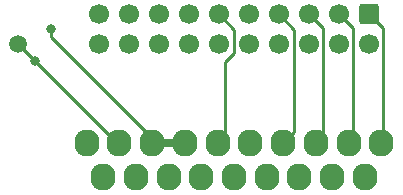
<source format=gbr>
%TF.GenerationSoftware,KiCad,Pcbnew,7.0.9*%
%TF.CreationDate,2024-01-09T00:20:39-06:00*%
%TF.ProjectId,db19-to-idc20,64623139-2d74-46f2-9d69-646332302e6b,1.1*%
%TF.SameCoordinates,Original*%
%TF.FileFunction,Copper,L2,Bot*%
%TF.FilePolarity,Positive*%
%FSLAX46Y46*%
G04 Gerber Fmt 4.6, Leading zero omitted, Abs format (unit mm)*
G04 Created by KiCad (PCBNEW 7.0.9) date 2024-01-09 00:20:39*
%MOMM*%
%LPD*%
G01*
G04 APERTURE LIST*
G04 Aperture macros list*
%AMRoundRect*
0 Rectangle with rounded corners*
0 $1 Rounding radius*
0 $2 $3 $4 $5 $6 $7 $8 $9 X,Y pos of 4 corners*
0 Add a 4 corners polygon primitive as box body*
4,1,4,$2,$3,$4,$5,$6,$7,$8,$9,$2,$3,0*
0 Add four circle primitives for the rounded corners*
1,1,$1+$1,$2,$3*
1,1,$1+$1,$4,$5*
1,1,$1+$1,$6,$7*
1,1,$1+$1,$8,$9*
0 Add four rect primitives between the rounded corners*
20,1,$1+$1,$2,$3,$4,$5,0*
20,1,$1+$1,$4,$5,$6,$7,0*
20,1,$1+$1,$6,$7,$8,$9,0*
20,1,$1+$1,$8,$9,$2,$3,0*%
G04 Aperture macros list end*
%TA.AperFunction,SMDPad,CuDef*%
%ADD10C,1.500000*%
%TD*%
%TA.AperFunction,ComponentPad*%
%ADD11O,2.100000X2.300000*%
%TD*%
%TA.AperFunction,ComponentPad*%
%ADD12C,1.700000*%
%TD*%
%TA.AperFunction,ComponentPad*%
%ADD13RoundRect,0.250000X-0.600000X0.600000X-0.600000X-0.600000X0.600000X-0.600000X0.600000X0.600000X0*%
%TD*%
%TA.AperFunction,ViaPad*%
%ADD14C,0.800000*%
%TD*%
%TA.AperFunction,Conductor*%
%ADD15C,0.250000*%
%TD*%
%TA.AperFunction,Conductor*%
%ADD16C,0.700000*%
%TD*%
G04 APERTURE END LIST*
D10*
%TO.P,TP1,1,1*%
%TO.N,/DB19_DRIVE2*%
X136525000Y-118491000D03*
%TD*%
D11*
%TO.P,J1,1,1*%
%TO.N,/GND1*%
X167238000Y-126850000D03*
%TO.P,J1,2,2*%
%TO.N,/GND2*%
X164468000Y-126850000D03*
%TO.P,J1,3,3*%
%TO.N,/GND3*%
X161698000Y-126850000D03*
%TO.P,J1,4,4*%
%TO.N,/A2_EN3.5*%
X158928000Y-126850000D03*
%TO.P,J1,5,5*%
%TO.N,Net-(JP1-A)*%
X156158000Y-126850000D03*
%TO.P,J1,6,6*%
%TO.N,/A2_5V*%
X153388000Y-126850000D03*
%TO.P,J1,7,7*%
%TO.N,/DB19_12V*%
X150618000Y-126850000D03*
%TO.P,J1,8,8*%
X147848000Y-126850000D03*
%TO.P,J1,9,9*%
%TO.N,/DB19_DRIVE2*%
X145078000Y-126850000D03*
%TO.P,J1,10,10*%
%TO.N,/A2_WPROT*%
X142308000Y-126850000D03*
%TO.P,J1,11,P11*%
%TO.N,/A2_PH0*%
X165853000Y-129690000D03*
%TO.P,J1,12,P12*%
%TO.N,/A2_PH1*%
X163083000Y-129690000D03*
%TO.P,J1,13,P13*%
%TO.N,/A2_PH2*%
X160313000Y-129690000D03*
%TO.P,J1,14,P14*%
%TO.N,/A2_PH3*%
X157543000Y-129690000D03*
%TO.P,J1,15,P15*%
%TO.N,/A2_WREQ*%
X154773000Y-129690000D03*
%TO.P,J1,16,P16*%
%TO.N,/A2_HDSEL*%
X152003000Y-129690000D03*
%TO.P,J1,17,P17*%
%TO.N,/A2_DRIVE1*%
X149233000Y-129690000D03*
%TO.P,J1,18,P18*%
%TO.N,/A2_RD_DATA*%
X146463000Y-129690000D03*
%TO.P,J1,19,P19*%
%TO.N,/A2_WR_DATA*%
X143693000Y-129690000D03*
%TD*%
D12*
%TO.P,J2,20,Pin_20*%
%TO.N,/A2_WPROT*%
X143343000Y-118491000D03*
%TO.P,J2,19,Pin_19*%
%TO.N,/IDC20_12V*%
X143343000Y-115951000D03*
%TO.P,J2,18,Pin_18*%
%TO.N,/A2_WR_DATA*%
X145883000Y-118491000D03*
%TO.P,J2,17,Pin_17*%
%TO.N,/IDC_PIN17*%
X145883000Y-115951000D03*
%TO.P,J2,16,Pin_16*%
%TO.N,/A2_RD_DATA*%
X148423000Y-118491000D03*
%TO.P,J2,15,Pin_15*%
%TO.N,/IDC20_12V*%
X148423000Y-115951000D03*
%TO.P,J2,14,Pin_14*%
%TO.N,/A2_DRIVE1*%
X150963000Y-118491000D03*
%TO.P,J2,13,Pin_13*%
%TO.N,/IDC20_12V*%
X150963000Y-115951000D03*
%TO.P,J2,12,Pin_12*%
%TO.N,/A2_HDSEL*%
X153503000Y-118491000D03*
%TO.P,J2,11,Pin_11*%
%TO.N,/A2_5V*%
X153503000Y-115951000D03*
%TO.P,J2,10,Pin_10*%
%TO.N,/A2_WREQ*%
X156043000Y-118491000D03*
%TO.P,J2,9,Pin_9*%
%TO.N,Net-(J2-Pin_9)*%
X156043000Y-115951000D03*
%TO.P,J2,8,Pin_8*%
%TO.N,/A2_PH3*%
X158583000Y-118491000D03*
%TO.P,J2,7,Pin_7*%
%TO.N,/A2_EN3.5*%
X158583000Y-115951000D03*
%TO.P,J2,6,Pin_6*%
%TO.N,/A2_PH2*%
X161123000Y-118491000D03*
%TO.P,J2,5,Pin_5*%
%TO.N,/GND3*%
X161123000Y-115951000D03*
%TO.P,J2,4,Pin_4*%
%TO.N,/A2_PH1*%
X163663000Y-118491000D03*
%TO.P,J2,3,Pin_3*%
%TO.N,/GND2*%
X163663000Y-115951000D03*
%TO.P,J2,2,Pin_2*%
%TO.N,/A2_PH0*%
X166203000Y-118491000D03*
D13*
%TO.P,J2,1,Pin_1*%
%TO.N,/GND1*%
X166203000Y-115951000D03*
%TD*%
D14*
%TO.N,/DB19_12V*%
X139319000Y-117221000D03*
%TO.N,/DB19_DRIVE2*%
X137922000Y-119888000D03*
%TD*%
D15*
%TO.N,/DB19_12V*%
X139319000Y-117856000D02*
X147848000Y-126385000D01*
X139319000Y-117221000D02*
X139319000Y-117856000D01*
X147848000Y-126385000D02*
X147848000Y-126850000D01*
%TO.N,/DB19_DRIVE2*%
X137922000Y-119888000D02*
X136525000Y-118491000D01*
%TO.N,/GND3*%
X162298000Y-117126000D02*
X161123000Y-115951000D01*
X161698000Y-126850000D02*
X162298000Y-126250000D01*
X162298000Y-126250000D02*
X162298000Y-117126000D01*
%TO.N,/GND2*%
X164838000Y-126480000D02*
X164838000Y-117126000D01*
X164468000Y-126850000D02*
X164838000Y-126480000D01*
X164838000Y-117126000D02*
X163663000Y-115951000D01*
%TO.N,/GND1*%
X167378000Y-117126000D02*
X166203000Y-115951000D01*
X167378000Y-126710000D02*
X167378000Y-117126000D01*
X167238000Y-126850000D02*
X167378000Y-126710000D01*
D16*
%TO.N,/DB19_12V*%
X150618000Y-126850000D02*
X147848000Y-126850000D01*
D15*
%TO.N,/A2_5V*%
X154813000Y-117261000D02*
X153503000Y-115951000D01*
X154813000Y-119253000D02*
X154813000Y-117261000D01*
X154051000Y-120015000D02*
X154813000Y-119253000D01*
X153388000Y-126850000D02*
X154051000Y-126187000D01*
X154051000Y-126187000D02*
X154051000Y-120015000D01*
%TO.N,/DB19_DRIVE2*%
X144884000Y-126850000D02*
X137922000Y-119888000D01*
X145078000Y-126850000D02*
X144884000Y-126850000D01*
%TO.N,/A2_EN3.5*%
X159863000Y-125915000D02*
X159863000Y-117231000D01*
X159863000Y-117231000D02*
X158583000Y-115951000D01*
X158928000Y-126850000D02*
X159863000Y-125915000D01*
%TD*%
M02*

</source>
